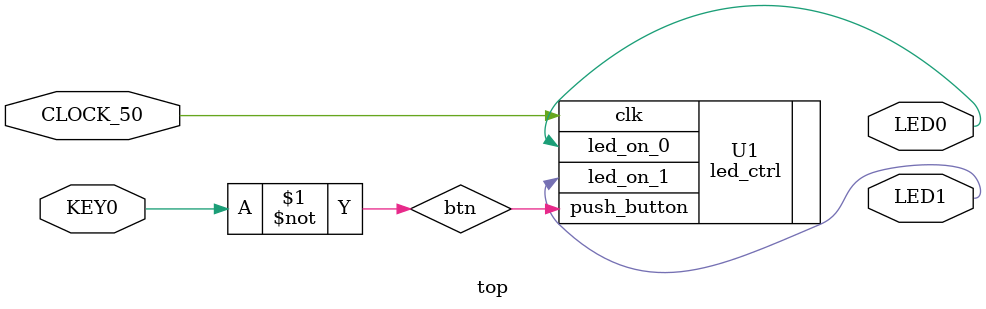
<source format=v>
module top(
    input  wire CLOCK_50,
    input  wire KEY0,      // chosen push button
    output wire LED0,	   // LED0 for output 
    output wire LED1	   // LED1 for output
);

    wire btn = ~KEY0;      // for the FPGA inverting to active high

    led_ctrl U1 (
        .clk (CLOCK_50),   // clock input
        .push_button(btn), // active high button
        .led_on_0 (LED0),  // LED0 output
        .led_on_1 (LED1)   // LED1 output
    );

endmodule

</source>
